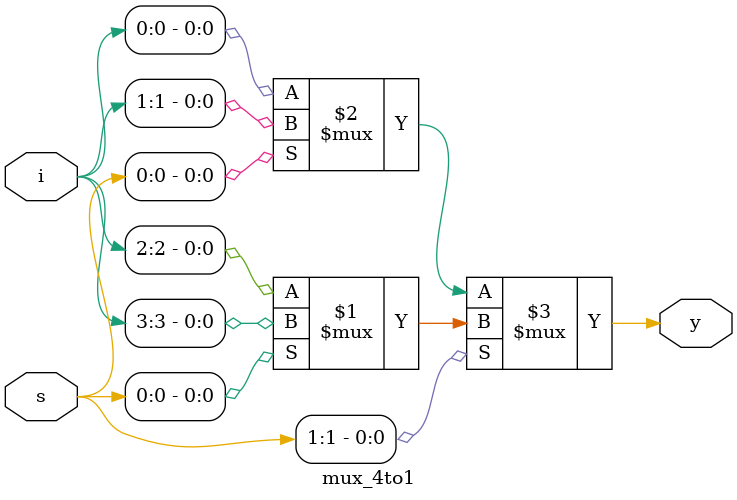
<source format=v>
module mux_4to1(i,s,y);
input [3:0]i;
input [1:0]s;
output y;

assign y=s[1]?(s[0]?i[3]:i[2]):(s[0]?i[1]:i[0]);
endmodule

</source>
